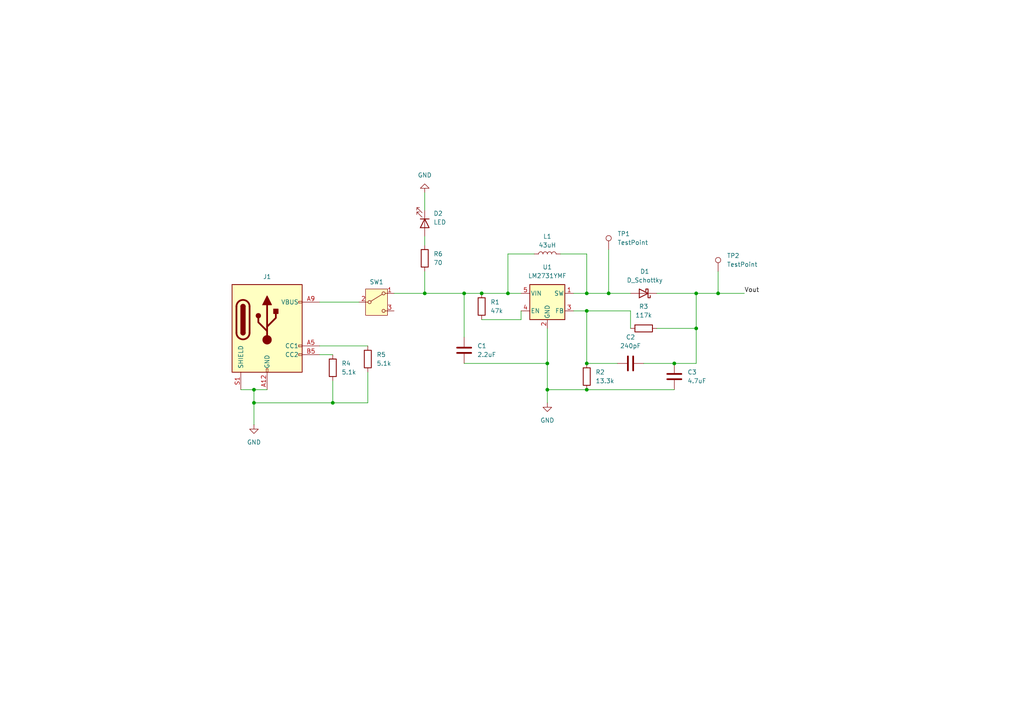
<source format=kicad_sch>
(kicad_sch (version 20250114) (generator "eeschema") (generator_version "9.0")
  (paper "A4")
  (lib_symbols
    (symbol "Connector:TestPoint" (pin_numbers (hide yes)) (pin_names (offset 0.762) (hide yes))
      (property "Reference" "TP" (at 0 6.858 0))
      (property "Value" "TestPoint" (at 0 5.08 0))
      (symbol "TestPoint_0_1"
        (circle (center 0 3.302) (radius 0.762))
      )
      (symbol "TestPoint_1_1"
        (pin passive line (at 0 0 90) (length 2.54) (name "1") (number "1"))
      )
    )
    (symbol "Connector:USB_C_Receptacle_PowerOnly_6P" (pin_names (offset 1.016))
      (property "Reference" "J" (at 0 16.51 0))
      (property "Value" "USB_C_Receptacle_PowerOnly_6P" (at 0 13.97 0))
      (symbol "USB_C_Receptacle_PowerOnly_6P_0_0"
        (rectangle (start -0.254 -12.7) (end 0.254 -11.684))
        (rectangle (start 10.16 7.874) (end 9.144 7.366))
        (rectangle (start 10.16 -4.826) (end 9.144 -5.334))
        (rectangle (start 10.16 -7.366) (end 9.144 -7.874))
      )
      (symbol "USB_C_Receptacle_PowerOnly_6P_0_1"
        (rectangle (start -10.16 12.7) (end 10.16 -12.7) (stroke (width 0.254)) (fill (type background)))
        (polyline (pts (xy -8.89 -1.27) (xy -8.89 6.35)) (stroke (width 0.508)))
        (rectangle (start -7.62 -1.27) (end -6.35 6.35) (stroke (width 0.254)) (fill (type outline)))
        (arc (start -7.62 6.35) (mid -6.985 6.9823) (end -6.35 6.35) (stroke (width 0.254)))
        (arc (start -7.62 6.35) (mid -6.985 6.9823) (end -6.35 6.35) (stroke (width 0.254)) (fill (type outline)))
        (arc (start -8.89 6.35) (mid -6.985 8.2467) (end -5.08 6.35) (stroke (width 0.508)))
        (arc (start -5.08 -1.27) (mid -6.985 -3.1667) (end -8.89 -1.27) (stroke (width 0.508)))
        (arc (start -6.35 -1.27) (mid -6.985 -1.9023) (end -7.62 -1.27) (stroke (width 0.254)))
        (arc (start -6.35 -1.27) (mid -6.985 -1.9023) (end -7.62 -1.27) (stroke (width 0.254)) (fill (type outline)))
        (polyline (pts (xy -5.08 6.35) (xy -5.08 -1.27)) (stroke (width 0.508)))
        (circle (center -2.54 3.683) (radius 0.635) (stroke (width 0.254)) (fill (type outline)))
        (polyline (pts (xy -1.27 6.858) (xy 0 9.398) (xy 1.27 6.858) (xy -1.27 6.858)) (stroke (width 0.254)) (fill (type outline)))
        (polyline (pts (xy 0 0.508) (xy 2.54 3.048) (xy 2.54 4.318)) (stroke (width 0.508)))
        (polyline (pts (xy 0 -0.762) (xy -2.54 1.778) (xy -2.54 3.048)) (stroke (width 0.508)))
        (polyline (pts (xy 0 -3.302) (xy 0 6.858)) (stroke (width 0.508)))
        (circle (center 0 -3.302) (radius 1.27) (fill (type outline)))
        (rectangle (start 1.905 4.318) (end 3.175 5.588) (stroke (width 0.254)) (fill (type outline)))
      )
      (symbol "USB_C_Receptacle_PowerOnly_6P_1_1"
        (pin passive line (at -7.62 -17.78 90) (length 5.08) (name "SHIELD") (number "S1"))
        (pin passive line (at 0 -17.78 90) (length 5.08) (name "GND") (number "A12"))
        (pin passive line (at 0 -17.78 90) (length 5.08) (hide yes) (name "GND") (number "B12"))
        (pin passive line (at 15.24 7.62 180) (length 5.08) (name "VBUS") (number "A9"))
        (pin passive line (at 15.24 7.62 180) (length 5.08) (hide yes) (name "VBUS") (number "B9"))
        (pin bidirectional line (at 15.24 -5.08 180) (length 5.08) (name "CC1") (number "A5"))
        (pin bidirectional line (at 15.24 -7.62 180) (length 5.08) (name "CC2") (number "B5"))
      )
    )
    (symbol "Device:C" (pin_numbers (hide yes)) (pin_names (offset 0.254))
      (property "Reference" "C" (at 0.635 2.54 0))
      (property "Value" "C" (at 0.635 -2.54 0))
      (symbol "C_0_1"
        (polyline (pts (xy -2.032 0.762) (xy 2.032 0.762)) (stroke (width 0.508)))
        (polyline (pts (xy -2.032 -0.762) (xy 2.032 -0.762)) (stroke (width 0.508)))
      )
      (symbol "C_1_1"
        (pin passive line (at 0 3.81 270) (length 2.794) (name "~") (number "1"))
        (pin passive line (at 0 -3.81 90) (length 2.794) (name "~") (number "2"))
      )
    )
    (symbol "Device:D_Schottky" (pin_numbers (hide yes)) (pin_names (offset 1.016) (hide yes))
      (property "Reference" "D" (at 0 2.54 0))
      (property "Value" "D_Schottky" (at 0 -2.54 0))
      (symbol "D_Schottky_0_1"
        (polyline (pts (xy -1.905 0.635) (xy -1.905 1.27) (xy -1.27 1.27) (xy -1.27 -1.27) (xy -0.635 -1.27) (xy -0.635 -0.635)) (stroke (width 0.254)))
        (polyline (pts (xy 1.27 1.27) (xy 1.27 -1.27) (xy -1.27 0) (xy 1.27 1.27)) (stroke (width 0.254)))
        (polyline (pts (xy 1.27 0) (xy -1.27 0)))
      )
      (symbol "D_Schottky_1_1"
        (pin passive line (at -3.81 0 0) (length 2.54) (name "K") (number "1"))
        (pin passive line (at 3.81 0 180) (length 2.54) (name "A") (number "2"))
      )
    )
    (symbol "Device:L" (pin_numbers (hide yes)) (pin_names (offset 1.016) (hide yes))
      (property "Reference" "L" (at -1.27 0 90))
      (property "Value" "L" (at 1.905 0 90))
      (symbol "L_0_1"
        (arc (start 0 2.54) (mid 0.6323 1.905) (end 0 1.27))
        (arc (start 0 1.27) (mid 0.6323 0.635) (end 0 0))
        (arc (start 0 0) (mid 0.6323 -0.635) (end 0 -1.27))
        (arc (start 0 -1.27) (mid 0.6323 -1.905) (end 0 -2.54))
      )
      (symbol "L_1_1"
        (pin passive line (at 0 3.81 270) (length 1.27) (name "1") (number "1"))
        (pin passive line (at 0 -3.81 90) (length 1.27) (name "2") (number "2"))
      )
    )
    (symbol "Device:LED" (pin_numbers (hide yes)) (pin_names (offset 1.016) (hide yes))
      (property "Reference" "D" (at 0 2.54 0))
      (property "Value" "LED" (at 0 -2.54 0))
      (symbol "LED_0_1"
        (polyline (pts (xy -3.048 -0.762) (xy -4.572 -2.286) (xy -3.81 -2.286) (xy -4.572 -2.286) (xy -4.572 -1.524)))
        (polyline (pts (xy -1.778 -0.762) (xy -3.302 -2.286) (xy -2.54 -2.286) (xy -3.302 -2.286) (xy -3.302 -1.524)))
        (polyline (pts (xy -1.27 0) (xy 1.27 0)))
        (polyline (pts (xy -1.27 -1.27) (xy -1.27 1.27)) (stroke (width 0.254)))
        (polyline (pts (xy 1.27 -1.27) (xy 1.27 1.27) (xy -1.27 0) (xy 1.27 -1.27)) (stroke (width 0.254)))
      )
      (symbol "LED_1_1"
        (pin passive line (at -3.81 0 0) (length 2.54) (name "K") (number "1"))
        (pin passive line (at 3.81 0 180) (length 2.54) (name "A") (number "2"))
      )
    )
    (symbol "Device:R" (pin_numbers (hide yes)) (pin_names (offset 0))
      (property "Reference" "R" (at 2.032 0 90))
      (property "Value" "R" (at 0 0 90))
      (symbol "R_0_1"
        (rectangle (start -1.016 -2.54) (end 1.016 2.54) (stroke (width 0.254)))
      )
      (symbol "R_1_1"
        (pin passive line (at 0 3.81 270) (length 1.27) (name "~") (number "1"))
        (pin passive line (at 0 -3.81 90) (length 1.27) (name "~") (number "2"))
      )
    )
    (symbol "Regulator_Switching:LM2731YMF" (pin_names (offset 0.254))
      (property "Reference" "U" (at -5.08 6.35 0))
      (property "Value" "LM2731YMF" (at 0 6.35 0))
      (symbol "LM2731YMF_0_1"
        (rectangle (start -5.08 5.08) (end 5.08 -5.08) (stroke (width 0.254)) (fill (type background)))
      )
      (symbol "LM2731YMF_1_1"
        (pin input line (at -7.62 2.54 0) (length 2.54) (name "VIN") (number "5"))
        (pin input line (at -7.62 -2.54 0) (length 2.54) (name "EN") (number "4"))
        (pin power_in line (at 0 -7.62 90) (length 2.54) (name "GND") (number "2"))
        (pin output line (at 7.62 2.54 180) (length 2.54) (name "SW") (number "1"))
        (pin input line (at 7.62 -2.54 180) (length 2.54) (name "FB") (number "3"))
      )
    )
    (symbol "Switch:SW_SPDT" (pin_names (offset 0) (hide yes))
      (property "Reference" "SW" (at 0 5.08 0))
      (property "Value" "SW_SPDT" (at 0 -5.08 0))
      (symbol "SW_SPDT_0_1"
        (circle (center -2.032 0) (radius 0.4572))
        (polyline (pts (xy -1.651 0.254) (xy 1.651 2.286)))
        (circle (center 2.032 2.54) (radius 0.4572))
        (circle (center 2.032 -2.54) (radius 0.4572))
      )
      (symbol "SW_SPDT_1_1"
        (rectangle (start -3.175 3.81) (end 3.175 -3.81) (fill (type background)))
        (pin passive line (at -5.08 0 0) (length 2.54) (name "B") (number "2"))
        (pin passive line (at 5.08 2.54 180) (length 2.54) (name "A") (number "1"))
        (pin passive line (at 5.08 -2.54 180) (length 2.54) (name "C") (number "3"))
      )
    )
    (symbol "power:GND" (power) (pin_numbers (hide yes)) (pin_names (offset 0) (hide yes))
      (property "Value" "GND" (at 0 -3.81 0))
      (symbol "GND_0_1"
        (polyline (pts (xy 0 0) (xy 0 -1.27) (xy 1.27 -1.27) (xy 0 -2.54) (xy -1.27 -1.27) (xy 0 -1.27)))
      )
      (symbol "GND_1_1"
        (pin power_in line (at 0 0 270) (length 0) (name "~") (number "1"))
      )
    )
  )
  (junction (at 201.93 85.09))
  (junction (at 123.19 85.09))
  (junction (at 201.93 95.25))
  (junction (at 96.52 116.84))
  (junction (at 139.7 85.09))
  (junction (at 176.53 85.09))
  (junction (at 170.18 85.09))
  (junction (at 158.75 113.03))
  (junction (at 170.18 113.03))
  (junction (at 158.75 105.41))
  (junction (at 170.18 105.41))
  (junction (at 134.62 85.09))
  (junction (at 208.28 85.09))
  (junction (at 170.18 90.17))
  (junction (at 195.58 105.41))
  (junction (at 73.66 116.84))
  (junction (at 73.66 113.03))
  (junction (at 147.32 85.09))
  (wire (pts (xy 96.52 110.49) (xy 96.52 116.84)))
  (wire (pts (xy 208.28 78.74) (xy 208.28 85.09)))
  (wire (pts (xy 73.66 113.03) (xy 73.66 116.84)))
  (wire (pts (xy 190.5 95.25) (xy 201.93 95.25)))
  (wire (pts (xy 123.19 55.88) (xy 123.19 60.96)))
  (wire (pts (xy 201.93 105.41) (xy 195.58 105.41)))
  (wire (pts (xy 73.66 116.84) (xy 73.66 123.19)))
  (wire (pts (xy 182.88 90.17) (xy 170.18 90.17)))
  (wire (pts (xy 134.62 105.41) (xy 158.75 105.41)))
  (wire (pts (xy 170.18 105.41) (xy 179.07 105.41)))
  (wire (pts (xy 158.75 116.84) (xy 158.75 113.03)))
  (wire (pts (xy 154.94 73.66) (xy 147.32 73.66)))
  (wire (pts (xy 158.75 105.41) (xy 158.75 95.25)))
  (wire (pts (xy 166.37 85.09) (xy 170.18 85.09)))
  (wire (pts (xy 176.53 85.09) (xy 182.88 85.09)))
  (wire (pts (xy 176.53 72.39) (xy 176.53 85.09)))
  (wire (pts (xy 96.52 116.84) (xy 73.66 116.84)))
  (wire (pts (xy 134.62 85.09) (xy 139.7 85.09)))
  (wire (pts (xy 170.18 85.09) (xy 176.53 85.09)))
  (wire (pts (xy 182.88 95.25) (xy 182.88 90.17)))
  (wire (pts (xy 147.32 73.66) (xy 147.32 85.09)))
  (wire (pts (xy 114.3 85.09) (xy 123.19 85.09)))
  (wire (pts (xy 201.93 95.25) (xy 201.93 105.41)))
  (wire (pts (xy 139.7 85.09) (xy 147.32 85.09)))
  (wire (pts (xy 190.5 85.09) (xy 201.93 85.09)))
  (wire (pts (xy 158.75 105.41) (xy 158.75 113.03)))
  (wire (pts (xy 92.71 102.87) (xy 96.52 102.87)))
  (wire (pts (xy 170.18 113.03) (xy 195.58 113.03)))
  (wire (pts (xy 92.71 100.33) (xy 106.68 100.33)))
  (wire (pts (xy 134.62 97.79) (xy 134.62 85.09)))
  (wire (pts (xy 158.75 113.03) (xy 170.18 113.03)))
  (wire (pts (xy 106.68 116.84) (xy 96.52 116.84)))
  (wire (pts (xy 123.19 68.58) (xy 123.19 71.12)))
  (wire (pts (xy 147.32 85.09) (xy 151.13 85.09)))
  (wire (pts (xy 151.13 92.71) (xy 151.13 90.17)))
  (wire (pts (xy 201.93 85.09) (xy 208.28 85.09)))
  (wire (pts (xy 73.66 113.03) (xy 77.47 113.03)))
  (wire (pts (xy 123.19 78.74) (xy 123.19 85.09)))
  (wire (pts (xy 208.28 85.09) (xy 215.9 85.09)))
  (wire (pts (xy 170.18 73.66) (xy 170.18 85.09)))
  (wire (pts (xy 170.18 90.17) (xy 170.18 105.41)))
  (wire (pts (xy 139.7 92.71) (xy 151.13 92.71)))
  (wire (pts (xy 162.56 73.66) (xy 170.18 73.66)))
  (wire (pts (xy 69.85 113.03) (xy 73.66 113.03)))
  (wire (pts (xy 92.71 87.63) (xy 104.14 87.63)))
  (wire (pts (xy 123.19 85.09) (xy 134.62 85.09)))
  (wire (pts (xy 186.69 105.41) (xy 195.58 105.41)))
  (wire (pts (xy 201.93 85.09) (xy 201.93 95.25)))
  (wire (pts (xy 106.68 107.95) (xy 106.68 116.84)))
  (wire (pts (xy 170.18 90.17) (xy 166.37 90.17)))
  (label "Vout" (at 215.9 85.09 0))
  (symbol (lib_id "power:GND") (at 73.66 123.19 0) (unit 1)
    (property "Reference" "#PWR01" (effects (hide yes)))
    (property "Value" "GND" (at 73.66 128.27 0))
    (property "Description" "Power symbol creates a global label with name \"GND\" , ground" (effects (hide yes)))
  )
  (symbol (lib_id "Device:R") (at 123.19 74.93 0) (unit 1)
    (property "Reference" "R6" (at 125.73 73.6599 0) (effects (justify left)))
    (property "Value" "70" (at 125.73 76.1999 0) (effects (justify left)))
    (property "Footprint" "Resistor_SMD:R_0603_1608Metric_Pad0.98x0.95mm_HandSolder" (effects (hide yes)))
    (property "Description" "Resistor" (effects (hide yes)))
    (property "Part Number " "RA73F1J75RBTD" (effects (hide yes)))
  )
  (symbol (lib_id "Device:L") (at 158.75 73.66 90) (unit 1)
    (property "Reference" "L1" (at 158.75 68.58 90))
    (property "Value" "43uH" (at 158.75 71.12 90))
    (property "Description" "Inductor" (effects (hide yes)))
  )
  (symbol (lib_id "Device:LED") (at 123.19 64.77 270) (unit 1)
    (property "Reference" "D2" (at 125.73 61.9124 90) (effects (justify left)))
    (property "Value" "LED" (at 125.73 64.4524 90) (effects (justify left)))
    (property "Footprint" "LED_SMD:LED_0603_1608Metric_Pad1.05x0.95mm_HandSolder" (effects (hide yes)))
    (property "Description" "Light emitting diode" (effects (hide yes)))
    (property "Part Number " "VLMB1300-GS08" (effects (hide yes)))
  )
  (symbol (lib_id "Device:R") (at 106.68 104.14 0) (unit 1)
    (property "Reference" "R5" (at 109.22 102.8699 0) (effects (justify left)))
    (property "Value" "5.1k" (at 109.22 105.4099 0) (effects (justify left)))
    (property "Footprint" "Resistor_SMD:R_0603_1608Metric_Pad0.98x0.95mm_HandSolder" (effects (hide yes)))
    (property "Description" "Resistor" (effects (hide yes)))
    (property "Part Number " "RCS06035K10FKEA" (effects (hide yes)))
  )
  (symbol (lib_id "Device:R") (at 170.18 109.22 0) (unit 1)
    (property "Reference" "R2" (at 172.72 107.9499 0) (effects (justify left)))
    (property "Value" "13.3k" (at 172.72 110.4899 0) (effects (justify left)))
    (property "Description" "Resistor" (effects (hide yes)))
  )
  (symbol (lib_id "Device:C") (at 134.62 101.6 0) (unit 1)
    (property "Reference" "C1" (at 138.43 100.3299 0) (effects (justify left)))
    (property "Value" "2.2uF" (at 138.43 102.8699 0) (effects (justify left)))
    (property "Footprint" "Capacitor_SMD:C_1206_3216Metric_Pad1.33x1.80mm_HandSolder" (effects (hide yes)))
    (property "Description" "Unpolarized capacitor" (effects (hide yes)))
    (property "Part Number " "LMK316AB7226KL-TR" (effects (hide yes)))
  )
  (symbol (lib_id "power:GND") (at 123.19 55.88 180) (unit 1)
    (property "Reference" "#PWR03" (effects (hide yes)))
    (property "Value" "GND" (at 123.19 50.8 0))
    (property "Description" "Power symbol creates a global label with name \"GND\" , ground" (effects (hide yes)))
  )
  (symbol (lib_id "Connector:TestPoint") (at 176.53 72.39 0) (unit 1)
    (property "Reference" "TP1" (at 179.07 67.8179 0) (effects (justify left)))
    (property "Value" "TestPoint" (at 179.07 70.3579 0) (effects (justify left)))
    (property "Footprint" "TestPoint:TestPoint_Keystone_5000-5004_Miniature" (effects (hide yes)))
    (property "Description" "test point" (effects (hide yes)))
    (property "Part Number " "5000" (effects (hide yes)))
  )
  (symbol (lib_id "Device:C") (at 182.88 105.41 270) (unit 1)
    (property "Reference" "C2" (at 182.88 97.79 90))
    (property "Value" "240pF" (at 182.88 100.33 90))
    (property "Description" "Unpolarized capacitor" (effects (hide yes)))
  )
  (symbol (lib_id "Connector:TestPoint") (at 208.28 78.74 0) (unit 1)
    (property "Reference" "TP2" (at 210.82 74.1679 0) (effects (justify left)))
    (property "Value" "TestPoint" (at 210.82 76.7079 0) (effects (justify left)))
    (property "Footprint" "TestPoint:TestPoint_Keystone_5000-5004_Miniature" (effects (hide yes)))
    (property "Description" "test point" (effects (hide yes)))
    (property "Part Number " "5000" (effects (hide yes)))
  )
  (symbol (lib_id "Device:R") (at 96.52 106.68 0) (unit 1)
    (property "Reference" "R4" (at 99.06 105.4099 0) (effects (justify left)))
    (property "Value" "5.1k" (at 99.06 107.9499 0) (effects (justify left)))
    (property "Footprint" "Resistor_SMD:R_0603_1608Metric_Pad0.98x0.95mm_HandSolder" (effects (hide yes)))
    (property "Description" "Resistor" (effects (hide yes)))
    (property "Part Number " "RCS06035K10FKEA" (effects (hide yes)))
  )
  (symbol (lib_id "Device:C") (at 195.58 109.22 0) (unit 1)
    (property "Reference" "C3" (at 199.39 107.9499 0) (effects (justify left)))
    (property "Value" "4.7uF" (at 199.39 110.4899 0) (effects (justify left)))
    (property "Description" "Unpolarized capacitor" (effects (hide yes)))
  )
  (symbol (lib_id "Connector:USB_C_Receptacle_PowerOnly_6P") (at 77.47 95.25 0) (unit 1)
    (property "Reference" "J1" (at 77.47 80.264 0))
    (property "Value" "USB_C_Receptacle_PowerOnly_6P" (effects (hide yes)))
    (property "Footprint" "Connector_USB:USB_C_Receptacle_GCT_USB4135-GF-A_6P_TopMnt_Horizontal" (effects (hide yes)))
    (property "Datasheet" "https://www.usb.org/sites/default/files/documents/usb_type-c.zip" (effects (hide yes)))
    (property "Description" "USB Power-Only 6P Type-C Receptacle connector" (effects (hide yes)))
    (property "Part Number " "USB4135-GF-A" (effects (hide yes)))
  )
  (symbol (lib_id "power:GND") (at 158.75 116.84 0) (unit 1)
    (property "Reference" "#PWR02" (effects (hide yes)))
    (property "Value" "GND" (at 158.75 121.92 0))
    (property "Description" "Power symbol creates a global label with name \"GND\" , ground" (effects (hide yes)))
  )
  (symbol (lib_id "Device:R") (at 139.7 88.9 0) (unit 1)
    (property "Reference" "R1" (at 142.24 87.6299 0) (effects (justify left)))
    (property "Value" "47k" (at 142.24 90.1699 0) (effects (justify left)))
    (property "Description" "Resistor" (effects (hide yes)))
  )
  (symbol (lib_id "Device:R") (at 186.69 95.25 90) (unit 1)
    (property "Reference" "R3" (at 186.69 88.9 90))
    (property "Value" "117k" (at 186.69 91.44 90))
    (property "Description" "Resistor" (effects (hide yes)))
  )
  (symbol (lib_id "Regulator_Switching:LM2731YMF") (at 158.75 87.63 0) (unit 1)
    (property "Reference" "U1" (at 158.75 77.47 0))
    (property "Value" "LM2731YMF" (at 158.75 80.01 0))
    (property "Footprint" "Package_TO_SOT_SMD:SOT-23-5_HandSoldering" (effects (hide yes)))
    (property "Datasheet" "http://www.ti.com/lit/ds/symlink/lm2731.pdf" (effects (hide yes)))
    (property "Description" "LM27313, 1.8A, 22Vout Boost Voltage Regulator, 600KHz Frequency," (effects (hide yes)))
    (property "Part Number " "LM2731YMF" (effects (hide yes)))
  )
  (symbol (lib_id "Device:D_Schottky") (at 186.69 85.09 180) (unit 1)
    (property "Reference" "D1" (at 187.0075 78.74 0))
    (property "Value" "D_Schottky" (at 187.0075 81.28 0))
    (property "Footprint" "Diode_SMD:D_Powermite_AK" (effects (hide yes)))
    (property "Description" "Schottky diode" (effects (hide yes)))
    (property "Part Number " "UPS5817" (effects (hide yes)))
  )
  (symbol (lib_id "Switch:SW_SPDT") (at 109.22 87.63 0) (unit 1)
    (property "Reference" "SW1" (at 109.22 81.788 0))
    (property "Value" "SW_SPDT" (effects (hide yes)))
    (property "Description" "Switch, single pole double throw" (effects (hide yes)))
  )
)
</source>
